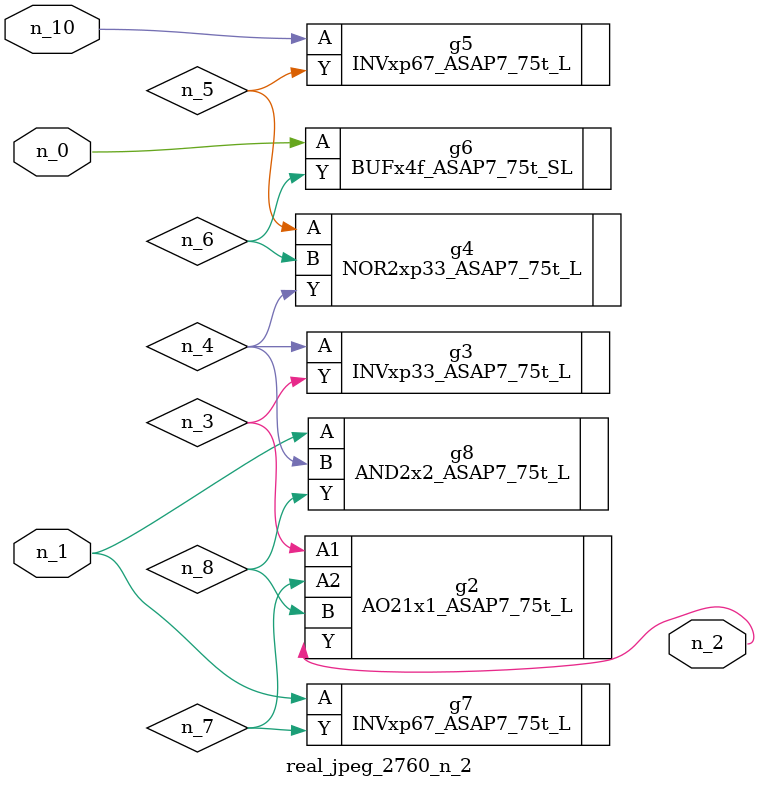
<source format=v>
module real_jpeg_2760_n_2 (n_1, n_10, n_0, n_2);

input n_1;
input n_10;
input n_0;

output n_2;

wire n_5;
wire n_4;
wire n_8;
wire n_6;
wire n_7;
wire n_3;

BUFx4f_ASAP7_75t_SL g6 ( 
.A(n_0),
.Y(n_6)
);

INVxp67_ASAP7_75t_L g7 ( 
.A(n_1),
.Y(n_7)
);

AND2x2_ASAP7_75t_L g8 ( 
.A(n_1),
.B(n_4),
.Y(n_8)
);

AO21x1_ASAP7_75t_L g2 ( 
.A1(n_3),
.A2(n_7),
.B(n_8),
.Y(n_2)
);

INVxp33_ASAP7_75t_L g3 ( 
.A(n_4),
.Y(n_3)
);

NOR2xp33_ASAP7_75t_L g4 ( 
.A(n_5),
.B(n_6),
.Y(n_4)
);

INVxp67_ASAP7_75t_L g5 ( 
.A(n_10),
.Y(n_5)
);


endmodule
</source>
